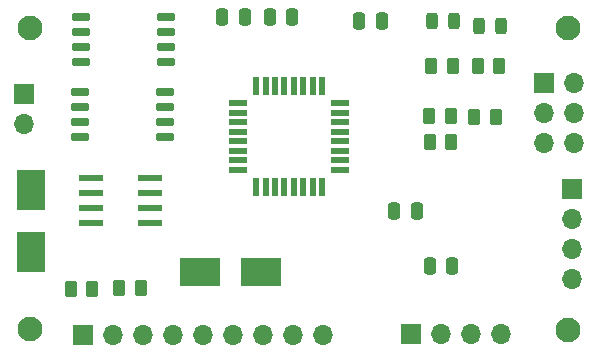
<source format=gts>
%TF.GenerationSoftware,KiCad,Pcbnew,(6.0.1-0)*%
%TF.CreationDate,2022-02-08T18:28:08-07:00*%
%TF.ProjectId,MCU Datalogger,4d435520-4461-4746-916c-6f676765722e,1*%
%TF.SameCoordinates,Original*%
%TF.FileFunction,Soldermask,Top*%
%TF.FilePolarity,Negative*%
%FSLAX46Y46*%
G04 Gerber Fmt 4.6, Leading zero omitted, Abs format (unit mm)*
G04 Created by KiCad (PCBNEW (6.0.1-0)) date 2022-02-08 18:28:08*
%MOMM*%
%LPD*%
G01*
G04 APERTURE LIST*
G04 Aperture macros list*
%AMRoundRect*
0 Rectangle with rounded corners*
0 $1 Rounding radius*
0 $2 $3 $4 $5 $6 $7 $8 $9 X,Y pos of 4 corners*
0 Add a 4 corners polygon primitive as box body*
4,1,4,$2,$3,$4,$5,$6,$7,$8,$9,$2,$3,0*
0 Add four circle primitives for the rounded corners*
1,1,$1+$1,$2,$3*
1,1,$1+$1,$4,$5*
1,1,$1+$1,$6,$7*
1,1,$1+$1,$8,$9*
0 Add four rect primitives between the rounded corners*
20,1,$1+$1,$2,$3,$4,$5,0*
20,1,$1+$1,$4,$5,$6,$7,0*
20,1,$1+$1,$6,$7,$8,$9,0*
20,1,$1+$1,$8,$9,$2,$3,0*%
G04 Aperture macros list end*
%ADD10RoundRect,0.250000X0.262500X0.450000X-0.262500X0.450000X-0.262500X-0.450000X0.262500X-0.450000X0*%
%ADD11RoundRect,0.250000X-0.262500X-0.450000X0.262500X-0.450000X0.262500X0.450000X-0.262500X0.450000X0*%
%ADD12C,2.100000*%
%ADD13RoundRect,0.250000X0.250000X0.475000X-0.250000X0.475000X-0.250000X-0.475000X0.250000X-0.475000X0*%
%ADD14RoundRect,0.243750X-0.243750X-0.456250X0.243750X-0.456250X0.243750X0.456250X-0.243750X0.456250X0*%
%ADD15R,1.700000X1.700000*%
%ADD16O,1.700000X1.700000*%
%ADD17RoundRect,0.150000X-0.650000X-0.150000X0.650000X-0.150000X0.650000X0.150000X-0.650000X0.150000X0*%
%ADD18R,2.400000X3.500000*%
%ADD19R,1.500000X0.550000*%
%ADD20R,0.550000X1.500000*%
%ADD21RoundRect,0.250000X-0.250000X-0.475000X0.250000X-0.475000X0.250000X0.475000X-0.250000X0.475000X0*%
%ADD22R,3.500000X2.400000*%
%ADD23RoundRect,0.041300X-0.943700X-0.253700X0.943700X-0.253700X0.943700X0.253700X-0.943700X0.253700X0*%
G04 APERTURE END LIST*
D10*
%TO.C,R4*%
X116103400Y-85801200D03*
X114278400Y-85801200D03*
%TD*%
%TO.C,R2*%
X89863300Y-100355400D03*
X88038300Y-100355400D03*
%TD*%
D11*
%TO.C,R7*%
X114454300Y-81559400D03*
X116279300Y-81559400D03*
%TD*%
D10*
%TO.C,R5*%
X120241700Y-81559400D03*
X118416700Y-81559400D03*
%TD*%
D12*
%TO.C,H2*%
X126034800Y-103860600D03*
%TD*%
D13*
%TO.C,C2*%
X113243400Y-93802200D03*
X111343400Y-93802200D03*
%TD*%
D14*
%TO.C,D2*%
X114505500Y-77698600D03*
X116380500Y-77698600D03*
%TD*%
D15*
%TO.C,J4*%
X112786000Y-104216200D03*
D16*
X115326000Y-104216200D03*
X117866000Y-104216200D03*
X120406000Y-104216200D03*
%TD*%
D17*
%TO.C,U1*%
X84690400Y-83693000D03*
X84690400Y-84963000D03*
X84690400Y-86233000D03*
X84690400Y-87503000D03*
X91890400Y-87503000D03*
X91890400Y-86233000D03*
X91890400Y-84963000D03*
X91890400Y-83693000D03*
%TD*%
D18*
%TO.C,Y1*%
X80568800Y-92065800D03*
X80568800Y-97265800D03*
%TD*%
D15*
%TO.C,J1*%
X85013800Y-104267000D03*
D16*
X87553800Y-104267000D03*
X90093800Y-104267000D03*
X92633800Y-104267000D03*
X95173800Y-104267000D03*
X97713800Y-104267000D03*
X100253800Y-104267000D03*
X102793800Y-104267000D03*
X105333800Y-104267000D03*
%TD*%
D19*
%TO.C,U4*%
X98138200Y-84703000D03*
X98138200Y-85503000D03*
X98138200Y-86303000D03*
X98138200Y-87103000D03*
X98138200Y-87903000D03*
X98138200Y-88703000D03*
X98138200Y-89503000D03*
X98138200Y-90303000D03*
D20*
X99638200Y-91803000D03*
X100438200Y-91803000D03*
X101238200Y-91803000D03*
X102038200Y-91803000D03*
X102838200Y-91803000D03*
X103638200Y-91803000D03*
X104438200Y-91803000D03*
X105238200Y-91803000D03*
D19*
X106738200Y-90303000D03*
X106738200Y-89503000D03*
X106738200Y-88703000D03*
X106738200Y-87903000D03*
X106738200Y-87103000D03*
X106738200Y-86303000D03*
X106738200Y-85503000D03*
X106738200Y-84703000D03*
D20*
X105238200Y-83203000D03*
X104438200Y-83203000D03*
X103638200Y-83203000D03*
X102838200Y-83203000D03*
X102038200Y-83203000D03*
X101238200Y-83203000D03*
X100438200Y-83203000D03*
X99638200Y-83203000D03*
%TD*%
D17*
%TO.C,U3*%
X84792000Y-77419200D03*
X84792000Y-78689200D03*
X84792000Y-79959200D03*
X84792000Y-81229200D03*
X91992000Y-81229200D03*
X91992000Y-79959200D03*
X91992000Y-78689200D03*
X91992000Y-77419200D03*
%TD*%
D14*
%TO.C,D1*%
X118493300Y-78130400D03*
X120368300Y-78130400D03*
%TD*%
D15*
%TO.C,J3*%
X123997800Y-82946000D03*
D16*
X126537800Y-82946000D03*
X123997800Y-85486000D03*
X126537800Y-85486000D03*
X123997800Y-88026000D03*
X126537800Y-88026000D03*
%TD*%
D12*
%TO.C,H3*%
X80518000Y-78333600D03*
%TD*%
D10*
%TO.C,R3*%
X116152300Y-87985600D03*
X114327300Y-87985600D03*
%TD*%
D12*
%TO.C,H1*%
X126034800Y-78308200D03*
%TD*%
%TO.C,H4*%
X80518000Y-103809800D03*
%TD*%
D21*
%TO.C,C5*%
X108371600Y-77724000D03*
X110271600Y-77724000D03*
%TD*%
%TO.C,C1*%
X96763800Y-77393800D03*
X98663800Y-77393800D03*
%TD*%
D22*
%TO.C,Y2*%
X100059800Y-99009200D03*
X94859800Y-99009200D03*
%TD*%
D15*
%TO.C,J2*%
X126415800Y-91973400D03*
D16*
X126415800Y-94513400D03*
X126415800Y-97053400D03*
X126415800Y-99593400D03*
%TD*%
D15*
%TO.C,BT1*%
X80010000Y-83942000D03*
D16*
X80010000Y-86482000D03*
%TD*%
D11*
%TO.C,R1*%
X83948900Y-100380800D03*
X85773900Y-100380800D03*
%TD*%
%TO.C,R6*%
X118111900Y-85826600D03*
X119936900Y-85826600D03*
%TD*%
D23*
%TO.C,U2*%
X85663000Y-91033600D03*
X85663000Y-92303600D03*
X85663000Y-93573600D03*
X85663000Y-94843600D03*
X90613000Y-94843600D03*
X90613000Y-93573600D03*
X90613000Y-92303600D03*
X90613000Y-91033600D03*
%TD*%
D21*
%TO.C,C3*%
X100802400Y-77368400D03*
X102702400Y-77368400D03*
%TD*%
D13*
%TO.C,C4*%
X116255800Y-98501200D03*
X114355800Y-98501200D03*
%TD*%
M02*

</source>
